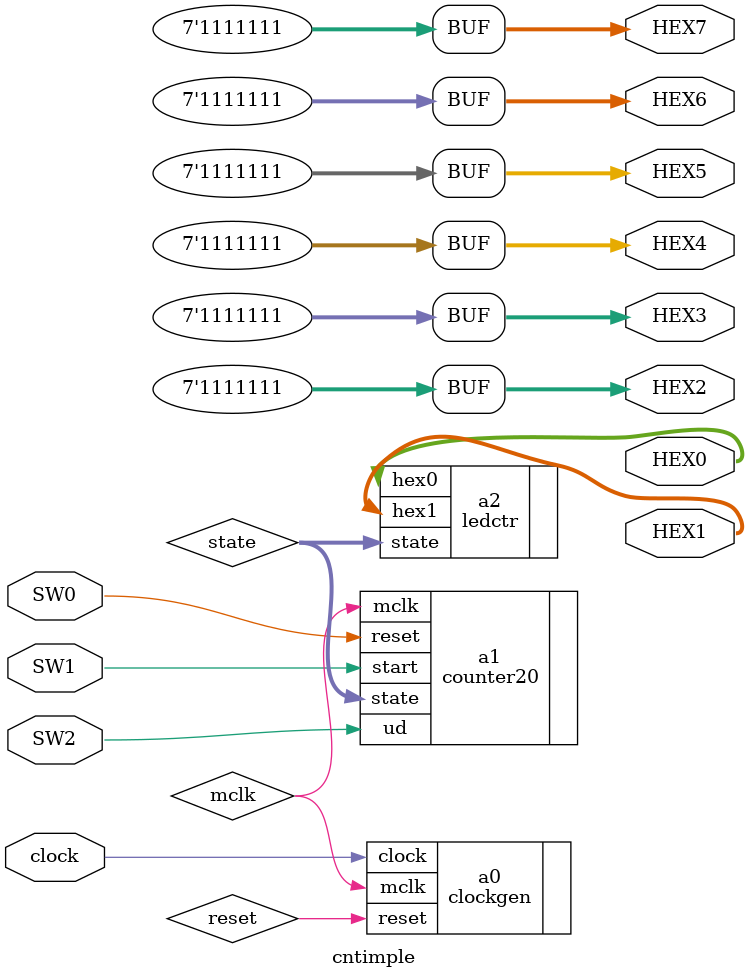
<source format=v>
module cntimple (SW0, SW1, SW2, HEX0, HEX1, HEX2, HEX3, HEX4, HEX5, HEX6, HEX7, clock);
    input SW0, SW1, SW2, clock;
    output [0:6] HEX0, HEX1, HEX2, HEX3, HEX4, HEX5, HEX6, HEX7;
    wire [4:0] state;
    wire mclk;

    assign HEX2 = 7'b1111111, HEX3 = 7'b1111111, HEX4 = 7'b1111111,
           HEX5 = 7'b1111111, HEX6 = 7'b1111111, HEX7 = 7'b1111111;

    clockgen a0(.clock(clock), .reset(reset), .mclk(mclk));
    counter20 a1(.start(SW1), .ud(SW2), .mclk(mclk), .reset(SW0), .state(state));
    ledctr a2(.state(state), .hex0(HEX0), .hex1(HEX1));
endmodule
</source>
